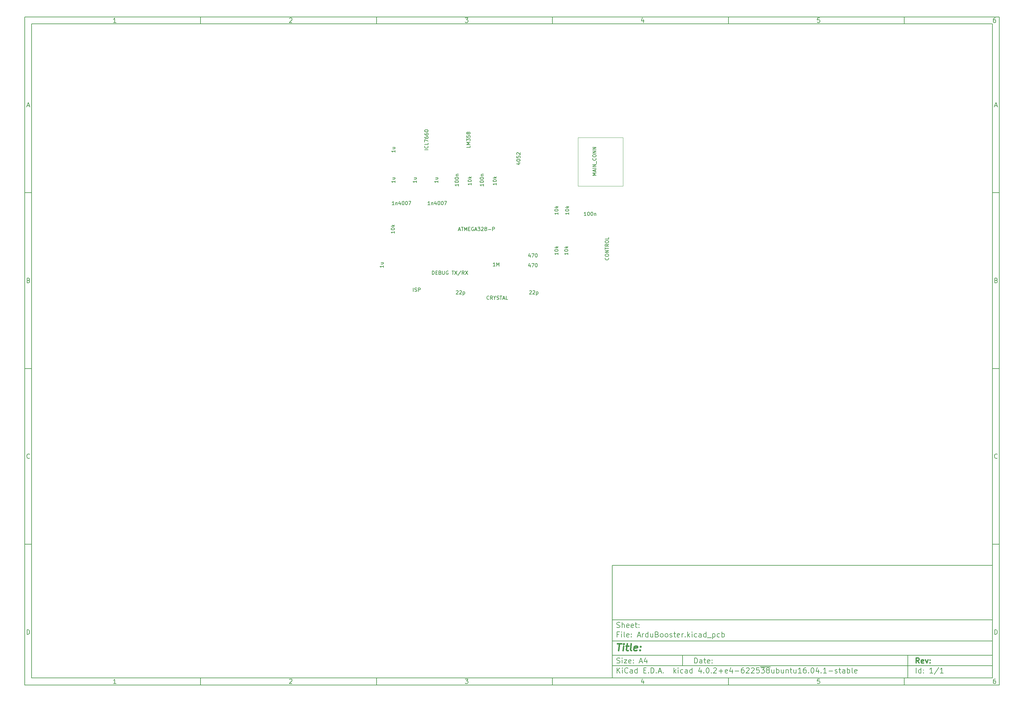
<source format=gbr>
G04 #@! TF.FileFunction,Other,Fab,Top*
%FSLAX46Y46*%
G04 Gerber Fmt 4.6, Leading zero omitted, Abs format (unit mm)*
G04 Created by KiCad (PCBNEW 4.0.2+e4-6225~38~ubuntu16.04.1-stable) date Sex 26 Ago 2016 11:34:32 BRT*
%MOMM*%
G01*
G04 APERTURE LIST*
%ADD10C,0.100000*%
%ADD11C,0.150000*%
%ADD12C,0.300000*%
%ADD13C,0.400000*%
%ADD14C,0.050000*%
G04 APERTURE END LIST*
D10*
D11*
X177002200Y-166007200D02*
X177002200Y-198007200D01*
X285002200Y-198007200D01*
X285002200Y-166007200D01*
X177002200Y-166007200D01*
D10*
D11*
X10000000Y-10000000D02*
X10000000Y-200007200D01*
X287002200Y-200007200D01*
X287002200Y-10000000D01*
X10000000Y-10000000D01*
D10*
D11*
X12000000Y-12000000D02*
X12000000Y-198007200D01*
X285002200Y-198007200D01*
X285002200Y-12000000D01*
X12000000Y-12000000D01*
D10*
D11*
X60000000Y-12000000D02*
X60000000Y-10000000D01*
D10*
D11*
X110000000Y-12000000D02*
X110000000Y-10000000D01*
D10*
D11*
X160000000Y-12000000D02*
X160000000Y-10000000D01*
D10*
D11*
X210000000Y-12000000D02*
X210000000Y-10000000D01*
D10*
D11*
X260000000Y-12000000D02*
X260000000Y-10000000D01*
D10*
D11*
X35990476Y-11588095D02*
X35247619Y-11588095D01*
X35619048Y-11588095D02*
X35619048Y-10288095D01*
X35495238Y-10473810D01*
X35371429Y-10597619D01*
X35247619Y-10659524D01*
D10*
D11*
X85247619Y-10411905D02*
X85309524Y-10350000D01*
X85433333Y-10288095D01*
X85742857Y-10288095D01*
X85866667Y-10350000D01*
X85928571Y-10411905D01*
X85990476Y-10535714D01*
X85990476Y-10659524D01*
X85928571Y-10845238D01*
X85185714Y-11588095D01*
X85990476Y-11588095D01*
D10*
D11*
X135185714Y-10288095D02*
X135990476Y-10288095D01*
X135557143Y-10783333D01*
X135742857Y-10783333D01*
X135866667Y-10845238D01*
X135928571Y-10907143D01*
X135990476Y-11030952D01*
X135990476Y-11340476D01*
X135928571Y-11464286D01*
X135866667Y-11526190D01*
X135742857Y-11588095D01*
X135371429Y-11588095D01*
X135247619Y-11526190D01*
X135185714Y-11464286D01*
D10*
D11*
X185866667Y-10721429D02*
X185866667Y-11588095D01*
X185557143Y-10226190D02*
X185247619Y-11154762D01*
X186052381Y-11154762D01*
D10*
D11*
X235928571Y-10288095D02*
X235309524Y-10288095D01*
X235247619Y-10907143D01*
X235309524Y-10845238D01*
X235433333Y-10783333D01*
X235742857Y-10783333D01*
X235866667Y-10845238D01*
X235928571Y-10907143D01*
X235990476Y-11030952D01*
X235990476Y-11340476D01*
X235928571Y-11464286D01*
X235866667Y-11526190D01*
X235742857Y-11588095D01*
X235433333Y-11588095D01*
X235309524Y-11526190D01*
X235247619Y-11464286D01*
D10*
D11*
X285866667Y-10288095D02*
X285619048Y-10288095D01*
X285495238Y-10350000D01*
X285433333Y-10411905D01*
X285309524Y-10597619D01*
X285247619Y-10845238D01*
X285247619Y-11340476D01*
X285309524Y-11464286D01*
X285371429Y-11526190D01*
X285495238Y-11588095D01*
X285742857Y-11588095D01*
X285866667Y-11526190D01*
X285928571Y-11464286D01*
X285990476Y-11340476D01*
X285990476Y-11030952D01*
X285928571Y-10907143D01*
X285866667Y-10845238D01*
X285742857Y-10783333D01*
X285495238Y-10783333D01*
X285371429Y-10845238D01*
X285309524Y-10907143D01*
X285247619Y-11030952D01*
D10*
D11*
X60000000Y-198007200D02*
X60000000Y-200007200D01*
D10*
D11*
X110000000Y-198007200D02*
X110000000Y-200007200D01*
D10*
D11*
X160000000Y-198007200D02*
X160000000Y-200007200D01*
D10*
D11*
X210000000Y-198007200D02*
X210000000Y-200007200D01*
D10*
D11*
X260000000Y-198007200D02*
X260000000Y-200007200D01*
D10*
D11*
X35990476Y-199595295D02*
X35247619Y-199595295D01*
X35619048Y-199595295D02*
X35619048Y-198295295D01*
X35495238Y-198481010D01*
X35371429Y-198604819D01*
X35247619Y-198666724D01*
D10*
D11*
X85247619Y-198419105D02*
X85309524Y-198357200D01*
X85433333Y-198295295D01*
X85742857Y-198295295D01*
X85866667Y-198357200D01*
X85928571Y-198419105D01*
X85990476Y-198542914D01*
X85990476Y-198666724D01*
X85928571Y-198852438D01*
X85185714Y-199595295D01*
X85990476Y-199595295D01*
D10*
D11*
X135185714Y-198295295D02*
X135990476Y-198295295D01*
X135557143Y-198790533D01*
X135742857Y-198790533D01*
X135866667Y-198852438D01*
X135928571Y-198914343D01*
X135990476Y-199038152D01*
X135990476Y-199347676D01*
X135928571Y-199471486D01*
X135866667Y-199533390D01*
X135742857Y-199595295D01*
X135371429Y-199595295D01*
X135247619Y-199533390D01*
X135185714Y-199471486D01*
D10*
D11*
X185866667Y-198728629D02*
X185866667Y-199595295D01*
X185557143Y-198233390D02*
X185247619Y-199161962D01*
X186052381Y-199161962D01*
D10*
D11*
X235928571Y-198295295D02*
X235309524Y-198295295D01*
X235247619Y-198914343D01*
X235309524Y-198852438D01*
X235433333Y-198790533D01*
X235742857Y-198790533D01*
X235866667Y-198852438D01*
X235928571Y-198914343D01*
X235990476Y-199038152D01*
X235990476Y-199347676D01*
X235928571Y-199471486D01*
X235866667Y-199533390D01*
X235742857Y-199595295D01*
X235433333Y-199595295D01*
X235309524Y-199533390D01*
X235247619Y-199471486D01*
D10*
D11*
X285866667Y-198295295D02*
X285619048Y-198295295D01*
X285495238Y-198357200D01*
X285433333Y-198419105D01*
X285309524Y-198604819D01*
X285247619Y-198852438D01*
X285247619Y-199347676D01*
X285309524Y-199471486D01*
X285371429Y-199533390D01*
X285495238Y-199595295D01*
X285742857Y-199595295D01*
X285866667Y-199533390D01*
X285928571Y-199471486D01*
X285990476Y-199347676D01*
X285990476Y-199038152D01*
X285928571Y-198914343D01*
X285866667Y-198852438D01*
X285742857Y-198790533D01*
X285495238Y-198790533D01*
X285371429Y-198852438D01*
X285309524Y-198914343D01*
X285247619Y-199038152D01*
D10*
D11*
X10000000Y-60000000D02*
X12000000Y-60000000D01*
D10*
D11*
X10000000Y-110000000D02*
X12000000Y-110000000D01*
D10*
D11*
X10000000Y-160000000D02*
X12000000Y-160000000D01*
D10*
D11*
X10690476Y-35216667D02*
X11309524Y-35216667D01*
X10566667Y-35588095D02*
X11000000Y-34288095D01*
X11433333Y-35588095D01*
D10*
D11*
X11092857Y-84907143D02*
X11278571Y-84969048D01*
X11340476Y-85030952D01*
X11402381Y-85154762D01*
X11402381Y-85340476D01*
X11340476Y-85464286D01*
X11278571Y-85526190D01*
X11154762Y-85588095D01*
X10659524Y-85588095D01*
X10659524Y-84288095D01*
X11092857Y-84288095D01*
X11216667Y-84350000D01*
X11278571Y-84411905D01*
X11340476Y-84535714D01*
X11340476Y-84659524D01*
X11278571Y-84783333D01*
X11216667Y-84845238D01*
X11092857Y-84907143D01*
X10659524Y-84907143D01*
D10*
D11*
X11402381Y-135464286D02*
X11340476Y-135526190D01*
X11154762Y-135588095D01*
X11030952Y-135588095D01*
X10845238Y-135526190D01*
X10721429Y-135402381D01*
X10659524Y-135278571D01*
X10597619Y-135030952D01*
X10597619Y-134845238D01*
X10659524Y-134597619D01*
X10721429Y-134473810D01*
X10845238Y-134350000D01*
X11030952Y-134288095D01*
X11154762Y-134288095D01*
X11340476Y-134350000D01*
X11402381Y-134411905D01*
D10*
D11*
X10659524Y-185588095D02*
X10659524Y-184288095D01*
X10969048Y-184288095D01*
X11154762Y-184350000D01*
X11278571Y-184473810D01*
X11340476Y-184597619D01*
X11402381Y-184845238D01*
X11402381Y-185030952D01*
X11340476Y-185278571D01*
X11278571Y-185402381D01*
X11154762Y-185526190D01*
X10969048Y-185588095D01*
X10659524Y-185588095D01*
D10*
D11*
X287002200Y-60000000D02*
X285002200Y-60000000D01*
D10*
D11*
X287002200Y-110000000D02*
X285002200Y-110000000D01*
D10*
D11*
X287002200Y-160000000D02*
X285002200Y-160000000D01*
D10*
D11*
X285692676Y-35216667D02*
X286311724Y-35216667D01*
X285568867Y-35588095D02*
X286002200Y-34288095D01*
X286435533Y-35588095D01*
D10*
D11*
X286095057Y-84907143D02*
X286280771Y-84969048D01*
X286342676Y-85030952D01*
X286404581Y-85154762D01*
X286404581Y-85340476D01*
X286342676Y-85464286D01*
X286280771Y-85526190D01*
X286156962Y-85588095D01*
X285661724Y-85588095D01*
X285661724Y-84288095D01*
X286095057Y-84288095D01*
X286218867Y-84350000D01*
X286280771Y-84411905D01*
X286342676Y-84535714D01*
X286342676Y-84659524D01*
X286280771Y-84783333D01*
X286218867Y-84845238D01*
X286095057Y-84907143D01*
X285661724Y-84907143D01*
D10*
D11*
X286404581Y-135464286D02*
X286342676Y-135526190D01*
X286156962Y-135588095D01*
X286033152Y-135588095D01*
X285847438Y-135526190D01*
X285723629Y-135402381D01*
X285661724Y-135278571D01*
X285599819Y-135030952D01*
X285599819Y-134845238D01*
X285661724Y-134597619D01*
X285723629Y-134473810D01*
X285847438Y-134350000D01*
X286033152Y-134288095D01*
X286156962Y-134288095D01*
X286342676Y-134350000D01*
X286404581Y-134411905D01*
D10*
D11*
X285661724Y-185588095D02*
X285661724Y-184288095D01*
X285971248Y-184288095D01*
X286156962Y-184350000D01*
X286280771Y-184473810D01*
X286342676Y-184597619D01*
X286404581Y-184845238D01*
X286404581Y-185030952D01*
X286342676Y-185278571D01*
X286280771Y-185402381D01*
X286156962Y-185526190D01*
X285971248Y-185588095D01*
X285661724Y-185588095D01*
D10*
D11*
X200359343Y-193785771D02*
X200359343Y-192285771D01*
X200716486Y-192285771D01*
X200930771Y-192357200D01*
X201073629Y-192500057D01*
X201145057Y-192642914D01*
X201216486Y-192928629D01*
X201216486Y-193142914D01*
X201145057Y-193428629D01*
X201073629Y-193571486D01*
X200930771Y-193714343D01*
X200716486Y-193785771D01*
X200359343Y-193785771D01*
X202502200Y-193785771D02*
X202502200Y-193000057D01*
X202430771Y-192857200D01*
X202287914Y-192785771D01*
X202002200Y-192785771D01*
X201859343Y-192857200D01*
X202502200Y-193714343D02*
X202359343Y-193785771D01*
X202002200Y-193785771D01*
X201859343Y-193714343D01*
X201787914Y-193571486D01*
X201787914Y-193428629D01*
X201859343Y-193285771D01*
X202002200Y-193214343D01*
X202359343Y-193214343D01*
X202502200Y-193142914D01*
X203002200Y-192785771D02*
X203573629Y-192785771D01*
X203216486Y-192285771D02*
X203216486Y-193571486D01*
X203287914Y-193714343D01*
X203430772Y-193785771D01*
X203573629Y-193785771D01*
X204645057Y-193714343D02*
X204502200Y-193785771D01*
X204216486Y-193785771D01*
X204073629Y-193714343D01*
X204002200Y-193571486D01*
X204002200Y-193000057D01*
X204073629Y-192857200D01*
X204216486Y-192785771D01*
X204502200Y-192785771D01*
X204645057Y-192857200D01*
X204716486Y-193000057D01*
X204716486Y-193142914D01*
X204002200Y-193285771D01*
X205359343Y-193642914D02*
X205430771Y-193714343D01*
X205359343Y-193785771D01*
X205287914Y-193714343D01*
X205359343Y-193642914D01*
X205359343Y-193785771D01*
X205359343Y-192857200D02*
X205430771Y-192928629D01*
X205359343Y-193000057D01*
X205287914Y-192928629D01*
X205359343Y-192857200D01*
X205359343Y-193000057D01*
D10*
D11*
X177002200Y-194507200D02*
X285002200Y-194507200D01*
D10*
D11*
X178359343Y-196585771D02*
X178359343Y-195085771D01*
X179216486Y-196585771D02*
X178573629Y-195728629D01*
X179216486Y-195085771D02*
X178359343Y-195942914D01*
X179859343Y-196585771D02*
X179859343Y-195585771D01*
X179859343Y-195085771D02*
X179787914Y-195157200D01*
X179859343Y-195228629D01*
X179930771Y-195157200D01*
X179859343Y-195085771D01*
X179859343Y-195228629D01*
X181430772Y-196442914D02*
X181359343Y-196514343D01*
X181145057Y-196585771D01*
X181002200Y-196585771D01*
X180787915Y-196514343D01*
X180645057Y-196371486D01*
X180573629Y-196228629D01*
X180502200Y-195942914D01*
X180502200Y-195728629D01*
X180573629Y-195442914D01*
X180645057Y-195300057D01*
X180787915Y-195157200D01*
X181002200Y-195085771D01*
X181145057Y-195085771D01*
X181359343Y-195157200D01*
X181430772Y-195228629D01*
X182716486Y-196585771D02*
X182716486Y-195800057D01*
X182645057Y-195657200D01*
X182502200Y-195585771D01*
X182216486Y-195585771D01*
X182073629Y-195657200D01*
X182716486Y-196514343D02*
X182573629Y-196585771D01*
X182216486Y-196585771D01*
X182073629Y-196514343D01*
X182002200Y-196371486D01*
X182002200Y-196228629D01*
X182073629Y-196085771D01*
X182216486Y-196014343D01*
X182573629Y-196014343D01*
X182716486Y-195942914D01*
X184073629Y-196585771D02*
X184073629Y-195085771D01*
X184073629Y-196514343D02*
X183930772Y-196585771D01*
X183645058Y-196585771D01*
X183502200Y-196514343D01*
X183430772Y-196442914D01*
X183359343Y-196300057D01*
X183359343Y-195871486D01*
X183430772Y-195728629D01*
X183502200Y-195657200D01*
X183645058Y-195585771D01*
X183930772Y-195585771D01*
X184073629Y-195657200D01*
X185930772Y-195800057D02*
X186430772Y-195800057D01*
X186645058Y-196585771D02*
X185930772Y-196585771D01*
X185930772Y-195085771D01*
X186645058Y-195085771D01*
X187287915Y-196442914D02*
X187359343Y-196514343D01*
X187287915Y-196585771D01*
X187216486Y-196514343D01*
X187287915Y-196442914D01*
X187287915Y-196585771D01*
X188002201Y-196585771D02*
X188002201Y-195085771D01*
X188359344Y-195085771D01*
X188573629Y-195157200D01*
X188716487Y-195300057D01*
X188787915Y-195442914D01*
X188859344Y-195728629D01*
X188859344Y-195942914D01*
X188787915Y-196228629D01*
X188716487Y-196371486D01*
X188573629Y-196514343D01*
X188359344Y-196585771D01*
X188002201Y-196585771D01*
X189502201Y-196442914D02*
X189573629Y-196514343D01*
X189502201Y-196585771D01*
X189430772Y-196514343D01*
X189502201Y-196442914D01*
X189502201Y-196585771D01*
X190145058Y-196157200D02*
X190859344Y-196157200D01*
X190002201Y-196585771D02*
X190502201Y-195085771D01*
X191002201Y-196585771D01*
X191502201Y-196442914D02*
X191573629Y-196514343D01*
X191502201Y-196585771D01*
X191430772Y-196514343D01*
X191502201Y-196442914D01*
X191502201Y-196585771D01*
X194502201Y-196585771D02*
X194502201Y-195085771D01*
X194645058Y-196014343D02*
X195073629Y-196585771D01*
X195073629Y-195585771D02*
X194502201Y-196157200D01*
X195716487Y-196585771D02*
X195716487Y-195585771D01*
X195716487Y-195085771D02*
X195645058Y-195157200D01*
X195716487Y-195228629D01*
X195787915Y-195157200D01*
X195716487Y-195085771D01*
X195716487Y-195228629D01*
X197073630Y-196514343D02*
X196930773Y-196585771D01*
X196645059Y-196585771D01*
X196502201Y-196514343D01*
X196430773Y-196442914D01*
X196359344Y-196300057D01*
X196359344Y-195871486D01*
X196430773Y-195728629D01*
X196502201Y-195657200D01*
X196645059Y-195585771D01*
X196930773Y-195585771D01*
X197073630Y-195657200D01*
X198359344Y-196585771D02*
X198359344Y-195800057D01*
X198287915Y-195657200D01*
X198145058Y-195585771D01*
X197859344Y-195585771D01*
X197716487Y-195657200D01*
X198359344Y-196514343D02*
X198216487Y-196585771D01*
X197859344Y-196585771D01*
X197716487Y-196514343D01*
X197645058Y-196371486D01*
X197645058Y-196228629D01*
X197716487Y-196085771D01*
X197859344Y-196014343D01*
X198216487Y-196014343D01*
X198359344Y-195942914D01*
X199716487Y-196585771D02*
X199716487Y-195085771D01*
X199716487Y-196514343D02*
X199573630Y-196585771D01*
X199287916Y-196585771D01*
X199145058Y-196514343D01*
X199073630Y-196442914D01*
X199002201Y-196300057D01*
X199002201Y-195871486D01*
X199073630Y-195728629D01*
X199145058Y-195657200D01*
X199287916Y-195585771D01*
X199573630Y-195585771D01*
X199716487Y-195657200D01*
X202216487Y-195585771D02*
X202216487Y-196585771D01*
X201859344Y-195014343D02*
X201502201Y-196085771D01*
X202430773Y-196085771D01*
X203002201Y-196442914D02*
X203073629Y-196514343D01*
X203002201Y-196585771D01*
X202930772Y-196514343D01*
X203002201Y-196442914D01*
X203002201Y-196585771D01*
X204002201Y-195085771D02*
X204145058Y-195085771D01*
X204287915Y-195157200D01*
X204359344Y-195228629D01*
X204430773Y-195371486D01*
X204502201Y-195657200D01*
X204502201Y-196014343D01*
X204430773Y-196300057D01*
X204359344Y-196442914D01*
X204287915Y-196514343D01*
X204145058Y-196585771D01*
X204002201Y-196585771D01*
X203859344Y-196514343D01*
X203787915Y-196442914D01*
X203716487Y-196300057D01*
X203645058Y-196014343D01*
X203645058Y-195657200D01*
X203716487Y-195371486D01*
X203787915Y-195228629D01*
X203859344Y-195157200D01*
X204002201Y-195085771D01*
X205145058Y-196442914D02*
X205216486Y-196514343D01*
X205145058Y-196585771D01*
X205073629Y-196514343D01*
X205145058Y-196442914D01*
X205145058Y-196585771D01*
X205787915Y-195228629D02*
X205859344Y-195157200D01*
X206002201Y-195085771D01*
X206359344Y-195085771D01*
X206502201Y-195157200D01*
X206573630Y-195228629D01*
X206645058Y-195371486D01*
X206645058Y-195514343D01*
X206573630Y-195728629D01*
X205716487Y-196585771D01*
X206645058Y-196585771D01*
X207287915Y-196014343D02*
X208430772Y-196014343D01*
X207859343Y-196585771D02*
X207859343Y-195442914D01*
X209716486Y-196514343D02*
X209573629Y-196585771D01*
X209287915Y-196585771D01*
X209145058Y-196514343D01*
X209073629Y-196371486D01*
X209073629Y-195800057D01*
X209145058Y-195657200D01*
X209287915Y-195585771D01*
X209573629Y-195585771D01*
X209716486Y-195657200D01*
X209787915Y-195800057D01*
X209787915Y-195942914D01*
X209073629Y-196085771D01*
X211073629Y-195585771D02*
X211073629Y-196585771D01*
X210716486Y-195014343D02*
X210359343Y-196085771D01*
X211287915Y-196085771D01*
X211859343Y-196014343D02*
X213002200Y-196014343D01*
X214359343Y-195085771D02*
X214073629Y-195085771D01*
X213930772Y-195157200D01*
X213859343Y-195228629D01*
X213716486Y-195442914D01*
X213645057Y-195728629D01*
X213645057Y-196300057D01*
X213716486Y-196442914D01*
X213787914Y-196514343D01*
X213930772Y-196585771D01*
X214216486Y-196585771D01*
X214359343Y-196514343D01*
X214430772Y-196442914D01*
X214502200Y-196300057D01*
X214502200Y-195942914D01*
X214430772Y-195800057D01*
X214359343Y-195728629D01*
X214216486Y-195657200D01*
X213930772Y-195657200D01*
X213787914Y-195728629D01*
X213716486Y-195800057D01*
X213645057Y-195942914D01*
X215073628Y-195228629D02*
X215145057Y-195157200D01*
X215287914Y-195085771D01*
X215645057Y-195085771D01*
X215787914Y-195157200D01*
X215859343Y-195228629D01*
X215930771Y-195371486D01*
X215930771Y-195514343D01*
X215859343Y-195728629D01*
X215002200Y-196585771D01*
X215930771Y-196585771D01*
X216502199Y-195228629D02*
X216573628Y-195157200D01*
X216716485Y-195085771D01*
X217073628Y-195085771D01*
X217216485Y-195157200D01*
X217287914Y-195228629D01*
X217359342Y-195371486D01*
X217359342Y-195514343D01*
X217287914Y-195728629D01*
X216430771Y-196585771D01*
X217359342Y-196585771D01*
X218716485Y-195085771D02*
X218002199Y-195085771D01*
X217930770Y-195800057D01*
X218002199Y-195728629D01*
X218145056Y-195657200D01*
X218502199Y-195657200D01*
X218645056Y-195728629D01*
X218716485Y-195800057D01*
X218787913Y-195942914D01*
X218787913Y-196300057D01*
X218716485Y-196442914D01*
X218645056Y-196514343D01*
X218502199Y-196585771D01*
X218145056Y-196585771D01*
X218002199Y-196514343D01*
X217930770Y-196442914D01*
X219287913Y-195085771D02*
X220216484Y-195085771D01*
X219716484Y-195657200D01*
X219930770Y-195657200D01*
X220073627Y-195728629D01*
X220145056Y-195800057D01*
X220216484Y-195942914D01*
X220216484Y-196300057D01*
X220145056Y-196442914D01*
X220073627Y-196514343D01*
X219930770Y-196585771D01*
X219502198Y-196585771D01*
X219359341Y-196514343D01*
X219287913Y-196442914D01*
X221073627Y-195728629D02*
X220930769Y-195657200D01*
X220859341Y-195585771D01*
X220787912Y-195442914D01*
X220787912Y-195371486D01*
X220859341Y-195228629D01*
X220930769Y-195157200D01*
X221073627Y-195085771D01*
X221359341Y-195085771D01*
X221502198Y-195157200D01*
X221573627Y-195228629D01*
X221645055Y-195371486D01*
X221645055Y-195442914D01*
X221573627Y-195585771D01*
X221502198Y-195657200D01*
X221359341Y-195728629D01*
X221073627Y-195728629D01*
X220930769Y-195800057D01*
X220859341Y-195871486D01*
X220787912Y-196014343D01*
X220787912Y-196300057D01*
X220859341Y-196442914D01*
X220930769Y-196514343D01*
X221073627Y-196585771D01*
X221359341Y-196585771D01*
X221502198Y-196514343D01*
X221573627Y-196442914D01*
X221645055Y-196300057D01*
X221645055Y-196014343D01*
X221573627Y-195871486D01*
X221502198Y-195800057D01*
X221359341Y-195728629D01*
X219073627Y-194827200D02*
X221930769Y-194827200D01*
X222930769Y-195585771D02*
X222930769Y-196585771D01*
X222287912Y-195585771D02*
X222287912Y-196371486D01*
X222359340Y-196514343D01*
X222502198Y-196585771D01*
X222716483Y-196585771D01*
X222859340Y-196514343D01*
X222930769Y-196442914D01*
X223645055Y-196585771D02*
X223645055Y-195085771D01*
X223645055Y-195657200D02*
X223787912Y-195585771D01*
X224073626Y-195585771D01*
X224216483Y-195657200D01*
X224287912Y-195728629D01*
X224359341Y-195871486D01*
X224359341Y-196300057D01*
X224287912Y-196442914D01*
X224216483Y-196514343D01*
X224073626Y-196585771D01*
X223787912Y-196585771D01*
X223645055Y-196514343D01*
X225645055Y-195585771D02*
X225645055Y-196585771D01*
X225002198Y-195585771D02*
X225002198Y-196371486D01*
X225073626Y-196514343D01*
X225216484Y-196585771D01*
X225430769Y-196585771D01*
X225573626Y-196514343D01*
X225645055Y-196442914D01*
X226359341Y-195585771D02*
X226359341Y-196585771D01*
X226359341Y-195728629D02*
X226430769Y-195657200D01*
X226573627Y-195585771D01*
X226787912Y-195585771D01*
X226930769Y-195657200D01*
X227002198Y-195800057D01*
X227002198Y-196585771D01*
X227502198Y-195585771D02*
X228073627Y-195585771D01*
X227716484Y-195085771D02*
X227716484Y-196371486D01*
X227787912Y-196514343D01*
X227930770Y-196585771D01*
X228073627Y-196585771D01*
X229216484Y-195585771D02*
X229216484Y-196585771D01*
X228573627Y-195585771D02*
X228573627Y-196371486D01*
X228645055Y-196514343D01*
X228787913Y-196585771D01*
X229002198Y-196585771D01*
X229145055Y-196514343D01*
X229216484Y-196442914D01*
X230716484Y-196585771D02*
X229859341Y-196585771D01*
X230287913Y-196585771D02*
X230287913Y-195085771D01*
X230145056Y-195300057D01*
X230002198Y-195442914D01*
X229859341Y-195514343D01*
X232002198Y-195085771D02*
X231716484Y-195085771D01*
X231573627Y-195157200D01*
X231502198Y-195228629D01*
X231359341Y-195442914D01*
X231287912Y-195728629D01*
X231287912Y-196300057D01*
X231359341Y-196442914D01*
X231430769Y-196514343D01*
X231573627Y-196585771D01*
X231859341Y-196585771D01*
X232002198Y-196514343D01*
X232073627Y-196442914D01*
X232145055Y-196300057D01*
X232145055Y-195942914D01*
X232073627Y-195800057D01*
X232002198Y-195728629D01*
X231859341Y-195657200D01*
X231573627Y-195657200D01*
X231430769Y-195728629D01*
X231359341Y-195800057D01*
X231287912Y-195942914D01*
X232787912Y-196442914D02*
X232859340Y-196514343D01*
X232787912Y-196585771D01*
X232716483Y-196514343D01*
X232787912Y-196442914D01*
X232787912Y-196585771D01*
X233787912Y-195085771D02*
X233930769Y-195085771D01*
X234073626Y-195157200D01*
X234145055Y-195228629D01*
X234216484Y-195371486D01*
X234287912Y-195657200D01*
X234287912Y-196014343D01*
X234216484Y-196300057D01*
X234145055Y-196442914D01*
X234073626Y-196514343D01*
X233930769Y-196585771D01*
X233787912Y-196585771D01*
X233645055Y-196514343D01*
X233573626Y-196442914D01*
X233502198Y-196300057D01*
X233430769Y-196014343D01*
X233430769Y-195657200D01*
X233502198Y-195371486D01*
X233573626Y-195228629D01*
X233645055Y-195157200D01*
X233787912Y-195085771D01*
X235573626Y-195585771D02*
X235573626Y-196585771D01*
X235216483Y-195014343D02*
X234859340Y-196085771D01*
X235787912Y-196085771D01*
X236359340Y-196442914D02*
X236430768Y-196514343D01*
X236359340Y-196585771D01*
X236287911Y-196514343D01*
X236359340Y-196442914D01*
X236359340Y-196585771D01*
X237859340Y-196585771D02*
X237002197Y-196585771D01*
X237430769Y-196585771D02*
X237430769Y-195085771D01*
X237287912Y-195300057D01*
X237145054Y-195442914D01*
X237002197Y-195514343D01*
X238502197Y-196014343D02*
X239645054Y-196014343D01*
X240287911Y-196514343D02*
X240430768Y-196585771D01*
X240716483Y-196585771D01*
X240859340Y-196514343D01*
X240930768Y-196371486D01*
X240930768Y-196300057D01*
X240859340Y-196157200D01*
X240716483Y-196085771D01*
X240502197Y-196085771D01*
X240359340Y-196014343D01*
X240287911Y-195871486D01*
X240287911Y-195800057D01*
X240359340Y-195657200D01*
X240502197Y-195585771D01*
X240716483Y-195585771D01*
X240859340Y-195657200D01*
X241359340Y-195585771D02*
X241930769Y-195585771D01*
X241573626Y-195085771D02*
X241573626Y-196371486D01*
X241645054Y-196514343D01*
X241787912Y-196585771D01*
X241930769Y-196585771D01*
X243073626Y-196585771D02*
X243073626Y-195800057D01*
X243002197Y-195657200D01*
X242859340Y-195585771D01*
X242573626Y-195585771D01*
X242430769Y-195657200D01*
X243073626Y-196514343D02*
X242930769Y-196585771D01*
X242573626Y-196585771D01*
X242430769Y-196514343D01*
X242359340Y-196371486D01*
X242359340Y-196228629D01*
X242430769Y-196085771D01*
X242573626Y-196014343D01*
X242930769Y-196014343D01*
X243073626Y-195942914D01*
X243787912Y-196585771D02*
X243787912Y-195085771D01*
X243787912Y-195657200D02*
X243930769Y-195585771D01*
X244216483Y-195585771D01*
X244359340Y-195657200D01*
X244430769Y-195728629D01*
X244502198Y-195871486D01*
X244502198Y-196300057D01*
X244430769Y-196442914D01*
X244359340Y-196514343D01*
X244216483Y-196585771D01*
X243930769Y-196585771D01*
X243787912Y-196514343D01*
X245359341Y-196585771D02*
X245216483Y-196514343D01*
X245145055Y-196371486D01*
X245145055Y-195085771D01*
X246502197Y-196514343D02*
X246359340Y-196585771D01*
X246073626Y-196585771D01*
X245930769Y-196514343D01*
X245859340Y-196371486D01*
X245859340Y-195800057D01*
X245930769Y-195657200D01*
X246073626Y-195585771D01*
X246359340Y-195585771D01*
X246502197Y-195657200D01*
X246573626Y-195800057D01*
X246573626Y-195942914D01*
X245859340Y-196085771D01*
D10*
D11*
X177002200Y-191507200D02*
X285002200Y-191507200D01*
D10*
D12*
X264216486Y-193785771D02*
X263716486Y-193071486D01*
X263359343Y-193785771D02*
X263359343Y-192285771D01*
X263930771Y-192285771D01*
X264073629Y-192357200D01*
X264145057Y-192428629D01*
X264216486Y-192571486D01*
X264216486Y-192785771D01*
X264145057Y-192928629D01*
X264073629Y-193000057D01*
X263930771Y-193071486D01*
X263359343Y-193071486D01*
X265430771Y-193714343D02*
X265287914Y-193785771D01*
X265002200Y-193785771D01*
X264859343Y-193714343D01*
X264787914Y-193571486D01*
X264787914Y-193000057D01*
X264859343Y-192857200D01*
X265002200Y-192785771D01*
X265287914Y-192785771D01*
X265430771Y-192857200D01*
X265502200Y-193000057D01*
X265502200Y-193142914D01*
X264787914Y-193285771D01*
X266002200Y-192785771D02*
X266359343Y-193785771D01*
X266716485Y-192785771D01*
X267287914Y-193642914D02*
X267359342Y-193714343D01*
X267287914Y-193785771D01*
X267216485Y-193714343D01*
X267287914Y-193642914D01*
X267287914Y-193785771D01*
X267287914Y-192857200D02*
X267359342Y-192928629D01*
X267287914Y-193000057D01*
X267216485Y-192928629D01*
X267287914Y-192857200D01*
X267287914Y-193000057D01*
D10*
D11*
X178287914Y-193714343D02*
X178502200Y-193785771D01*
X178859343Y-193785771D01*
X179002200Y-193714343D01*
X179073629Y-193642914D01*
X179145057Y-193500057D01*
X179145057Y-193357200D01*
X179073629Y-193214343D01*
X179002200Y-193142914D01*
X178859343Y-193071486D01*
X178573629Y-193000057D01*
X178430771Y-192928629D01*
X178359343Y-192857200D01*
X178287914Y-192714343D01*
X178287914Y-192571486D01*
X178359343Y-192428629D01*
X178430771Y-192357200D01*
X178573629Y-192285771D01*
X178930771Y-192285771D01*
X179145057Y-192357200D01*
X179787914Y-193785771D02*
X179787914Y-192785771D01*
X179787914Y-192285771D02*
X179716485Y-192357200D01*
X179787914Y-192428629D01*
X179859342Y-192357200D01*
X179787914Y-192285771D01*
X179787914Y-192428629D01*
X180359343Y-192785771D02*
X181145057Y-192785771D01*
X180359343Y-193785771D01*
X181145057Y-193785771D01*
X182287914Y-193714343D02*
X182145057Y-193785771D01*
X181859343Y-193785771D01*
X181716486Y-193714343D01*
X181645057Y-193571486D01*
X181645057Y-193000057D01*
X181716486Y-192857200D01*
X181859343Y-192785771D01*
X182145057Y-192785771D01*
X182287914Y-192857200D01*
X182359343Y-193000057D01*
X182359343Y-193142914D01*
X181645057Y-193285771D01*
X183002200Y-193642914D02*
X183073628Y-193714343D01*
X183002200Y-193785771D01*
X182930771Y-193714343D01*
X183002200Y-193642914D01*
X183002200Y-193785771D01*
X183002200Y-192857200D02*
X183073628Y-192928629D01*
X183002200Y-193000057D01*
X182930771Y-192928629D01*
X183002200Y-192857200D01*
X183002200Y-193000057D01*
X184787914Y-193357200D02*
X185502200Y-193357200D01*
X184645057Y-193785771D02*
X185145057Y-192285771D01*
X185645057Y-193785771D01*
X186787914Y-192785771D02*
X186787914Y-193785771D01*
X186430771Y-192214343D02*
X186073628Y-193285771D01*
X187002200Y-193285771D01*
D10*
D11*
X263359343Y-196585771D02*
X263359343Y-195085771D01*
X264716486Y-196585771D02*
X264716486Y-195085771D01*
X264716486Y-196514343D02*
X264573629Y-196585771D01*
X264287915Y-196585771D01*
X264145057Y-196514343D01*
X264073629Y-196442914D01*
X264002200Y-196300057D01*
X264002200Y-195871486D01*
X264073629Y-195728629D01*
X264145057Y-195657200D01*
X264287915Y-195585771D01*
X264573629Y-195585771D01*
X264716486Y-195657200D01*
X265430772Y-196442914D02*
X265502200Y-196514343D01*
X265430772Y-196585771D01*
X265359343Y-196514343D01*
X265430772Y-196442914D01*
X265430772Y-196585771D01*
X265430772Y-195657200D02*
X265502200Y-195728629D01*
X265430772Y-195800057D01*
X265359343Y-195728629D01*
X265430772Y-195657200D01*
X265430772Y-195800057D01*
X268073629Y-196585771D02*
X267216486Y-196585771D01*
X267645058Y-196585771D02*
X267645058Y-195085771D01*
X267502201Y-195300057D01*
X267359343Y-195442914D01*
X267216486Y-195514343D01*
X269787914Y-195014343D02*
X268502200Y-196942914D01*
X271073629Y-196585771D02*
X270216486Y-196585771D01*
X270645058Y-196585771D02*
X270645058Y-195085771D01*
X270502201Y-195300057D01*
X270359343Y-195442914D01*
X270216486Y-195514343D01*
D10*
D11*
X177002200Y-187507200D02*
X285002200Y-187507200D01*
D10*
D13*
X178454581Y-188211962D02*
X179597438Y-188211962D01*
X178776010Y-190211962D02*
X179026010Y-188211962D01*
X180014105Y-190211962D02*
X180180771Y-188878629D01*
X180264105Y-188211962D02*
X180156962Y-188307200D01*
X180240295Y-188402438D01*
X180347439Y-188307200D01*
X180264105Y-188211962D01*
X180240295Y-188402438D01*
X180847438Y-188878629D02*
X181609343Y-188878629D01*
X181216486Y-188211962D02*
X181002200Y-189926248D01*
X181073630Y-190116724D01*
X181252201Y-190211962D01*
X181442677Y-190211962D01*
X182395058Y-190211962D02*
X182216487Y-190116724D01*
X182145057Y-189926248D01*
X182359343Y-188211962D01*
X183930772Y-190116724D02*
X183728391Y-190211962D01*
X183347439Y-190211962D01*
X183168867Y-190116724D01*
X183097438Y-189926248D01*
X183192676Y-189164343D01*
X183311724Y-188973867D01*
X183514105Y-188878629D01*
X183895057Y-188878629D01*
X184073629Y-188973867D01*
X184145057Y-189164343D01*
X184121248Y-189354819D01*
X183145057Y-189545295D01*
X184895057Y-190021486D02*
X184978392Y-190116724D01*
X184871248Y-190211962D01*
X184787915Y-190116724D01*
X184895057Y-190021486D01*
X184871248Y-190211962D01*
X185026010Y-188973867D02*
X185109344Y-189069105D01*
X185002200Y-189164343D01*
X184918867Y-189069105D01*
X185026010Y-188973867D01*
X185002200Y-189164343D01*
D10*
D11*
X178859343Y-185600057D02*
X178359343Y-185600057D01*
X178359343Y-186385771D02*
X178359343Y-184885771D01*
X179073629Y-184885771D01*
X179645057Y-186385771D02*
X179645057Y-185385771D01*
X179645057Y-184885771D02*
X179573628Y-184957200D01*
X179645057Y-185028629D01*
X179716485Y-184957200D01*
X179645057Y-184885771D01*
X179645057Y-185028629D01*
X180573629Y-186385771D02*
X180430771Y-186314343D01*
X180359343Y-186171486D01*
X180359343Y-184885771D01*
X181716485Y-186314343D02*
X181573628Y-186385771D01*
X181287914Y-186385771D01*
X181145057Y-186314343D01*
X181073628Y-186171486D01*
X181073628Y-185600057D01*
X181145057Y-185457200D01*
X181287914Y-185385771D01*
X181573628Y-185385771D01*
X181716485Y-185457200D01*
X181787914Y-185600057D01*
X181787914Y-185742914D01*
X181073628Y-185885771D01*
X182430771Y-186242914D02*
X182502199Y-186314343D01*
X182430771Y-186385771D01*
X182359342Y-186314343D01*
X182430771Y-186242914D01*
X182430771Y-186385771D01*
X182430771Y-185457200D02*
X182502199Y-185528629D01*
X182430771Y-185600057D01*
X182359342Y-185528629D01*
X182430771Y-185457200D01*
X182430771Y-185600057D01*
X184216485Y-185957200D02*
X184930771Y-185957200D01*
X184073628Y-186385771D02*
X184573628Y-184885771D01*
X185073628Y-186385771D01*
X185573628Y-186385771D02*
X185573628Y-185385771D01*
X185573628Y-185671486D02*
X185645056Y-185528629D01*
X185716485Y-185457200D01*
X185859342Y-185385771D01*
X186002199Y-185385771D01*
X187145056Y-186385771D02*
X187145056Y-184885771D01*
X187145056Y-186314343D02*
X187002199Y-186385771D01*
X186716485Y-186385771D01*
X186573627Y-186314343D01*
X186502199Y-186242914D01*
X186430770Y-186100057D01*
X186430770Y-185671486D01*
X186502199Y-185528629D01*
X186573627Y-185457200D01*
X186716485Y-185385771D01*
X187002199Y-185385771D01*
X187145056Y-185457200D01*
X188502199Y-185385771D02*
X188502199Y-186385771D01*
X187859342Y-185385771D02*
X187859342Y-186171486D01*
X187930770Y-186314343D01*
X188073628Y-186385771D01*
X188287913Y-186385771D01*
X188430770Y-186314343D01*
X188502199Y-186242914D01*
X189716485Y-185600057D02*
X189930771Y-185671486D01*
X190002199Y-185742914D01*
X190073628Y-185885771D01*
X190073628Y-186100057D01*
X190002199Y-186242914D01*
X189930771Y-186314343D01*
X189787913Y-186385771D01*
X189216485Y-186385771D01*
X189216485Y-184885771D01*
X189716485Y-184885771D01*
X189859342Y-184957200D01*
X189930771Y-185028629D01*
X190002199Y-185171486D01*
X190002199Y-185314343D01*
X189930771Y-185457200D01*
X189859342Y-185528629D01*
X189716485Y-185600057D01*
X189216485Y-185600057D01*
X190930771Y-186385771D02*
X190787913Y-186314343D01*
X190716485Y-186242914D01*
X190645056Y-186100057D01*
X190645056Y-185671486D01*
X190716485Y-185528629D01*
X190787913Y-185457200D01*
X190930771Y-185385771D01*
X191145056Y-185385771D01*
X191287913Y-185457200D01*
X191359342Y-185528629D01*
X191430771Y-185671486D01*
X191430771Y-186100057D01*
X191359342Y-186242914D01*
X191287913Y-186314343D01*
X191145056Y-186385771D01*
X190930771Y-186385771D01*
X192287914Y-186385771D02*
X192145056Y-186314343D01*
X192073628Y-186242914D01*
X192002199Y-186100057D01*
X192002199Y-185671486D01*
X192073628Y-185528629D01*
X192145056Y-185457200D01*
X192287914Y-185385771D01*
X192502199Y-185385771D01*
X192645056Y-185457200D01*
X192716485Y-185528629D01*
X192787914Y-185671486D01*
X192787914Y-186100057D01*
X192716485Y-186242914D01*
X192645056Y-186314343D01*
X192502199Y-186385771D01*
X192287914Y-186385771D01*
X193359342Y-186314343D02*
X193502199Y-186385771D01*
X193787914Y-186385771D01*
X193930771Y-186314343D01*
X194002199Y-186171486D01*
X194002199Y-186100057D01*
X193930771Y-185957200D01*
X193787914Y-185885771D01*
X193573628Y-185885771D01*
X193430771Y-185814343D01*
X193359342Y-185671486D01*
X193359342Y-185600057D01*
X193430771Y-185457200D01*
X193573628Y-185385771D01*
X193787914Y-185385771D01*
X193930771Y-185457200D01*
X194430771Y-185385771D02*
X195002200Y-185385771D01*
X194645057Y-184885771D02*
X194645057Y-186171486D01*
X194716485Y-186314343D01*
X194859343Y-186385771D01*
X195002200Y-186385771D01*
X196073628Y-186314343D02*
X195930771Y-186385771D01*
X195645057Y-186385771D01*
X195502200Y-186314343D01*
X195430771Y-186171486D01*
X195430771Y-185600057D01*
X195502200Y-185457200D01*
X195645057Y-185385771D01*
X195930771Y-185385771D01*
X196073628Y-185457200D01*
X196145057Y-185600057D01*
X196145057Y-185742914D01*
X195430771Y-185885771D01*
X196787914Y-186385771D02*
X196787914Y-185385771D01*
X196787914Y-185671486D02*
X196859342Y-185528629D01*
X196930771Y-185457200D01*
X197073628Y-185385771D01*
X197216485Y-185385771D01*
X197716485Y-186242914D02*
X197787913Y-186314343D01*
X197716485Y-186385771D01*
X197645056Y-186314343D01*
X197716485Y-186242914D01*
X197716485Y-186385771D01*
X198430771Y-186385771D02*
X198430771Y-184885771D01*
X198573628Y-185814343D02*
X199002199Y-186385771D01*
X199002199Y-185385771D02*
X198430771Y-185957200D01*
X199645057Y-186385771D02*
X199645057Y-185385771D01*
X199645057Y-184885771D02*
X199573628Y-184957200D01*
X199645057Y-185028629D01*
X199716485Y-184957200D01*
X199645057Y-184885771D01*
X199645057Y-185028629D01*
X201002200Y-186314343D02*
X200859343Y-186385771D01*
X200573629Y-186385771D01*
X200430771Y-186314343D01*
X200359343Y-186242914D01*
X200287914Y-186100057D01*
X200287914Y-185671486D01*
X200359343Y-185528629D01*
X200430771Y-185457200D01*
X200573629Y-185385771D01*
X200859343Y-185385771D01*
X201002200Y-185457200D01*
X202287914Y-186385771D02*
X202287914Y-185600057D01*
X202216485Y-185457200D01*
X202073628Y-185385771D01*
X201787914Y-185385771D01*
X201645057Y-185457200D01*
X202287914Y-186314343D02*
X202145057Y-186385771D01*
X201787914Y-186385771D01*
X201645057Y-186314343D01*
X201573628Y-186171486D01*
X201573628Y-186028629D01*
X201645057Y-185885771D01*
X201787914Y-185814343D01*
X202145057Y-185814343D01*
X202287914Y-185742914D01*
X203645057Y-186385771D02*
X203645057Y-184885771D01*
X203645057Y-186314343D02*
X203502200Y-186385771D01*
X203216486Y-186385771D01*
X203073628Y-186314343D01*
X203002200Y-186242914D01*
X202930771Y-186100057D01*
X202930771Y-185671486D01*
X203002200Y-185528629D01*
X203073628Y-185457200D01*
X203216486Y-185385771D01*
X203502200Y-185385771D01*
X203645057Y-185457200D01*
X204002200Y-186528629D02*
X205145057Y-186528629D01*
X205502200Y-185385771D02*
X205502200Y-186885771D01*
X205502200Y-185457200D02*
X205645057Y-185385771D01*
X205930771Y-185385771D01*
X206073628Y-185457200D01*
X206145057Y-185528629D01*
X206216486Y-185671486D01*
X206216486Y-186100057D01*
X206145057Y-186242914D01*
X206073628Y-186314343D01*
X205930771Y-186385771D01*
X205645057Y-186385771D01*
X205502200Y-186314343D01*
X207502200Y-186314343D02*
X207359343Y-186385771D01*
X207073629Y-186385771D01*
X206930771Y-186314343D01*
X206859343Y-186242914D01*
X206787914Y-186100057D01*
X206787914Y-185671486D01*
X206859343Y-185528629D01*
X206930771Y-185457200D01*
X207073629Y-185385771D01*
X207359343Y-185385771D01*
X207502200Y-185457200D01*
X208145057Y-186385771D02*
X208145057Y-184885771D01*
X208145057Y-185457200D02*
X208287914Y-185385771D01*
X208573628Y-185385771D01*
X208716485Y-185457200D01*
X208787914Y-185528629D01*
X208859343Y-185671486D01*
X208859343Y-186100057D01*
X208787914Y-186242914D01*
X208716485Y-186314343D01*
X208573628Y-186385771D01*
X208287914Y-186385771D01*
X208145057Y-186314343D01*
D10*
D11*
X177002200Y-181507200D02*
X285002200Y-181507200D01*
D10*
D11*
X178287914Y-183614343D02*
X178502200Y-183685771D01*
X178859343Y-183685771D01*
X179002200Y-183614343D01*
X179073629Y-183542914D01*
X179145057Y-183400057D01*
X179145057Y-183257200D01*
X179073629Y-183114343D01*
X179002200Y-183042914D01*
X178859343Y-182971486D01*
X178573629Y-182900057D01*
X178430771Y-182828629D01*
X178359343Y-182757200D01*
X178287914Y-182614343D01*
X178287914Y-182471486D01*
X178359343Y-182328629D01*
X178430771Y-182257200D01*
X178573629Y-182185771D01*
X178930771Y-182185771D01*
X179145057Y-182257200D01*
X179787914Y-183685771D02*
X179787914Y-182185771D01*
X180430771Y-183685771D02*
X180430771Y-182900057D01*
X180359342Y-182757200D01*
X180216485Y-182685771D01*
X180002200Y-182685771D01*
X179859342Y-182757200D01*
X179787914Y-182828629D01*
X181716485Y-183614343D02*
X181573628Y-183685771D01*
X181287914Y-183685771D01*
X181145057Y-183614343D01*
X181073628Y-183471486D01*
X181073628Y-182900057D01*
X181145057Y-182757200D01*
X181287914Y-182685771D01*
X181573628Y-182685771D01*
X181716485Y-182757200D01*
X181787914Y-182900057D01*
X181787914Y-183042914D01*
X181073628Y-183185771D01*
X183002199Y-183614343D02*
X182859342Y-183685771D01*
X182573628Y-183685771D01*
X182430771Y-183614343D01*
X182359342Y-183471486D01*
X182359342Y-182900057D01*
X182430771Y-182757200D01*
X182573628Y-182685771D01*
X182859342Y-182685771D01*
X183002199Y-182757200D01*
X183073628Y-182900057D01*
X183073628Y-183042914D01*
X182359342Y-183185771D01*
X183502199Y-182685771D02*
X184073628Y-182685771D01*
X183716485Y-182185771D02*
X183716485Y-183471486D01*
X183787913Y-183614343D01*
X183930771Y-183685771D01*
X184073628Y-183685771D01*
X184573628Y-183542914D02*
X184645056Y-183614343D01*
X184573628Y-183685771D01*
X184502199Y-183614343D01*
X184573628Y-183542914D01*
X184573628Y-183685771D01*
X184573628Y-182757200D02*
X184645056Y-182828629D01*
X184573628Y-182900057D01*
X184502199Y-182828629D01*
X184573628Y-182757200D01*
X184573628Y-182900057D01*
D10*
D11*
X197002200Y-191507200D02*
X197002200Y-194507200D01*
D10*
D11*
X261002200Y-191507200D02*
X261002200Y-198007200D01*
D14*
X180016000Y-44290000D02*
X167216000Y-44290000D01*
X167216000Y-44290000D02*
X167216000Y-58090000D01*
X167216000Y-58090000D02*
X180016000Y-58090000D01*
X180016000Y-58090000D02*
X180016000Y-44290000D01*
D11*
X124658381Y-47767524D02*
X123658381Y-47767524D01*
X124563143Y-46719905D02*
X124610762Y-46767524D01*
X124658381Y-46910381D01*
X124658381Y-47005619D01*
X124610762Y-47148477D01*
X124515524Y-47243715D01*
X124420286Y-47291334D01*
X124229810Y-47338953D01*
X124086952Y-47338953D01*
X123896476Y-47291334D01*
X123801238Y-47243715D01*
X123706000Y-47148477D01*
X123658381Y-47005619D01*
X123658381Y-46910381D01*
X123706000Y-46767524D01*
X123753619Y-46719905D01*
X124658381Y-45815143D02*
X124658381Y-46291334D01*
X123658381Y-46291334D01*
X123658381Y-45577048D02*
X123658381Y-44910381D01*
X124658381Y-45338953D01*
X123658381Y-44100857D02*
X123658381Y-44291334D01*
X123706000Y-44386572D01*
X123753619Y-44434191D01*
X123896476Y-44529429D01*
X124086952Y-44577048D01*
X124467905Y-44577048D01*
X124563143Y-44529429D01*
X124610762Y-44481810D01*
X124658381Y-44386572D01*
X124658381Y-44196095D01*
X124610762Y-44100857D01*
X124563143Y-44053238D01*
X124467905Y-44005619D01*
X124229810Y-44005619D01*
X124134571Y-44053238D01*
X124086952Y-44100857D01*
X124039333Y-44196095D01*
X124039333Y-44386572D01*
X124086952Y-44481810D01*
X124134571Y-44529429D01*
X124229810Y-44577048D01*
X123658381Y-43148476D02*
X123658381Y-43338953D01*
X123706000Y-43434191D01*
X123753619Y-43481810D01*
X123896476Y-43577048D01*
X124086952Y-43624667D01*
X124467905Y-43624667D01*
X124563143Y-43577048D01*
X124610762Y-43529429D01*
X124658381Y-43434191D01*
X124658381Y-43243714D01*
X124610762Y-43148476D01*
X124563143Y-43100857D01*
X124467905Y-43053238D01*
X124229810Y-43053238D01*
X124134571Y-43100857D01*
X124086952Y-43148476D01*
X124039333Y-43243714D01*
X124039333Y-43434191D01*
X124086952Y-43529429D01*
X124134571Y-43577048D01*
X124229810Y-43624667D01*
X123658381Y-42434191D02*
X123658381Y-42338952D01*
X123706000Y-42243714D01*
X123753619Y-42196095D01*
X123848857Y-42148476D01*
X124039333Y-42100857D01*
X124277429Y-42100857D01*
X124467905Y-42148476D01*
X124563143Y-42196095D01*
X124610762Y-42243714D01*
X124658381Y-42338952D01*
X124658381Y-42434191D01*
X124610762Y-42529429D01*
X124563143Y-42577048D01*
X124467905Y-42624667D01*
X124277429Y-42672286D01*
X124039333Y-42672286D01*
X123848857Y-42624667D01*
X123753619Y-42577048D01*
X123706000Y-42529429D01*
X123658381Y-42434191D01*
X115260381Y-47918666D02*
X115260381Y-48490095D01*
X115260381Y-48204381D02*
X114260381Y-48204381D01*
X114403238Y-48299619D01*
X114498476Y-48394857D01*
X114546095Y-48490095D01*
X114593714Y-47061523D02*
X115260381Y-47061523D01*
X114593714Y-47490095D02*
X115117524Y-47490095D01*
X115212762Y-47442476D01*
X115260381Y-47347238D01*
X115260381Y-47204380D01*
X115212762Y-47109142D01*
X115165143Y-47061523D01*
X115260381Y-56554666D02*
X115260381Y-57126095D01*
X115260381Y-56840381D02*
X114260381Y-56840381D01*
X114403238Y-56935619D01*
X114498476Y-57030857D01*
X114546095Y-57126095D01*
X114593714Y-55697523D02*
X115260381Y-55697523D01*
X114593714Y-56126095D02*
X115117524Y-56126095D01*
X115212762Y-56078476D01*
X115260381Y-55983238D01*
X115260381Y-55840380D01*
X115212762Y-55745142D01*
X115165143Y-55697523D01*
X121356381Y-56554666D02*
X121356381Y-57126095D01*
X121356381Y-56840381D02*
X120356381Y-56840381D01*
X120499238Y-56935619D01*
X120594476Y-57030857D01*
X120642095Y-57126095D01*
X120689714Y-55697523D02*
X121356381Y-55697523D01*
X120689714Y-56126095D02*
X121213524Y-56126095D01*
X121308762Y-56078476D01*
X121356381Y-55983238D01*
X121356381Y-55840380D01*
X121308762Y-55745142D01*
X121261143Y-55697523D01*
X127452381Y-56554666D02*
X127452381Y-57126095D01*
X127452381Y-56840381D02*
X126452381Y-56840381D01*
X126595238Y-56935619D01*
X126690476Y-57030857D01*
X126738095Y-57126095D01*
X126785714Y-55697523D02*
X127452381Y-55697523D01*
X126785714Y-56126095D02*
X127309524Y-56126095D01*
X127404762Y-56078476D01*
X127452381Y-55983238D01*
X127452381Y-55840380D01*
X127404762Y-55745142D01*
X127357143Y-55697523D01*
X132643714Y-87939619D02*
X132691333Y-87892000D01*
X132786571Y-87844381D01*
X133024667Y-87844381D01*
X133119905Y-87892000D01*
X133167524Y-87939619D01*
X133215143Y-88034857D01*
X133215143Y-88130095D01*
X133167524Y-88272952D01*
X132596095Y-88844381D01*
X133215143Y-88844381D01*
X133596095Y-87939619D02*
X133643714Y-87892000D01*
X133738952Y-87844381D01*
X133977048Y-87844381D01*
X134072286Y-87892000D01*
X134119905Y-87939619D01*
X134167524Y-88034857D01*
X134167524Y-88130095D01*
X134119905Y-88272952D01*
X133548476Y-88844381D01*
X134167524Y-88844381D01*
X134596095Y-88177714D02*
X134596095Y-89177714D01*
X134596095Y-88225333D02*
X134691333Y-88177714D01*
X134881810Y-88177714D01*
X134977048Y-88225333D01*
X135024667Y-88272952D01*
X135072286Y-88368190D01*
X135072286Y-88653905D01*
X135024667Y-88749143D01*
X134977048Y-88796762D01*
X134881810Y-88844381D01*
X134691333Y-88844381D01*
X134596095Y-88796762D01*
X153471714Y-87939619D02*
X153519333Y-87892000D01*
X153614571Y-87844381D01*
X153852667Y-87844381D01*
X153947905Y-87892000D01*
X153995524Y-87939619D01*
X154043143Y-88034857D01*
X154043143Y-88130095D01*
X153995524Y-88272952D01*
X153424095Y-88844381D01*
X154043143Y-88844381D01*
X154424095Y-87939619D02*
X154471714Y-87892000D01*
X154566952Y-87844381D01*
X154805048Y-87844381D01*
X154900286Y-87892000D01*
X154947905Y-87939619D01*
X154995524Y-88034857D01*
X154995524Y-88130095D01*
X154947905Y-88272952D01*
X154376476Y-88844381D01*
X154995524Y-88844381D01*
X155424095Y-88177714D02*
X155424095Y-89177714D01*
X155424095Y-88225333D02*
X155519333Y-88177714D01*
X155709810Y-88177714D01*
X155805048Y-88225333D01*
X155852667Y-88272952D01*
X155900286Y-88368190D01*
X155900286Y-88653905D01*
X155852667Y-88749143D01*
X155805048Y-88796762D01*
X155709810Y-88844381D01*
X155519333Y-88844381D01*
X155424095Y-88796762D01*
X111958381Y-80684666D02*
X111958381Y-81256095D01*
X111958381Y-80970381D02*
X110958381Y-80970381D01*
X111101238Y-81065619D01*
X111196476Y-81160857D01*
X111244095Y-81256095D01*
X111291714Y-79827523D02*
X111958381Y-79827523D01*
X111291714Y-80256095D02*
X111815524Y-80256095D01*
X111910762Y-80208476D01*
X111958381Y-80113238D01*
X111958381Y-79970380D01*
X111910762Y-79875142D01*
X111863143Y-79827523D01*
X140406381Y-57507047D02*
X140406381Y-58078476D01*
X140406381Y-57792762D02*
X139406381Y-57792762D01*
X139549238Y-57888000D01*
X139644476Y-57983238D01*
X139692095Y-58078476D01*
X139406381Y-56888000D02*
X139406381Y-56792761D01*
X139454000Y-56697523D01*
X139501619Y-56649904D01*
X139596857Y-56602285D01*
X139787333Y-56554666D01*
X140025429Y-56554666D01*
X140215905Y-56602285D01*
X140311143Y-56649904D01*
X140358762Y-56697523D01*
X140406381Y-56792761D01*
X140406381Y-56888000D01*
X140358762Y-56983238D01*
X140311143Y-57030857D01*
X140215905Y-57078476D01*
X140025429Y-57126095D01*
X139787333Y-57126095D01*
X139596857Y-57078476D01*
X139501619Y-57030857D01*
X139454000Y-56983238D01*
X139406381Y-56888000D01*
X139406381Y-55935619D02*
X139406381Y-55840380D01*
X139454000Y-55745142D01*
X139501619Y-55697523D01*
X139596857Y-55649904D01*
X139787333Y-55602285D01*
X140025429Y-55602285D01*
X140215905Y-55649904D01*
X140311143Y-55697523D01*
X140358762Y-55745142D01*
X140406381Y-55840380D01*
X140406381Y-55935619D01*
X140358762Y-56030857D01*
X140311143Y-56078476D01*
X140215905Y-56126095D01*
X140025429Y-56173714D01*
X139787333Y-56173714D01*
X139596857Y-56126095D01*
X139501619Y-56078476D01*
X139454000Y-56030857D01*
X139406381Y-55935619D01*
X139739714Y-55173714D02*
X140406381Y-55173714D01*
X139834952Y-55173714D02*
X139787333Y-55126095D01*
X139739714Y-55030857D01*
X139739714Y-54887999D01*
X139787333Y-54792761D01*
X139882571Y-54745142D01*
X140406381Y-54745142D01*
X133294381Y-57507047D02*
X133294381Y-58078476D01*
X133294381Y-57792762D02*
X132294381Y-57792762D01*
X132437238Y-57888000D01*
X132532476Y-57983238D01*
X132580095Y-58078476D01*
X132294381Y-56888000D02*
X132294381Y-56792761D01*
X132342000Y-56697523D01*
X132389619Y-56649904D01*
X132484857Y-56602285D01*
X132675333Y-56554666D01*
X132913429Y-56554666D01*
X133103905Y-56602285D01*
X133199143Y-56649904D01*
X133246762Y-56697523D01*
X133294381Y-56792761D01*
X133294381Y-56888000D01*
X133246762Y-56983238D01*
X133199143Y-57030857D01*
X133103905Y-57078476D01*
X132913429Y-57126095D01*
X132675333Y-57126095D01*
X132484857Y-57078476D01*
X132389619Y-57030857D01*
X132342000Y-56983238D01*
X132294381Y-56888000D01*
X132294381Y-55935619D02*
X132294381Y-55840380D01*
X132342000Y-55745142D01*
X132389619Y-55697523D01*
X132484857Y-55649904D01*
X132675333Y-55602285D01*
X132913429Y-55602285D01*
X133103905Y-55649904D01*
X133199143Y-55697523D01*
X133246762Y-55745142D01*
X133294381Y-55840380D01*
X133294381Y-55935619D01*
X133246762Y-56030857D01*
X133199143Y-56078476D01*
X133103905Y-56126095D01*
X132913429Y-56173714D01*
X132675333Y-56173714D01*
X132484857Y-56126095D01*
X132389619Y-56078476D01*
X132342000Y-56030857D01*
X132294381Y-55935619D01*
X132627714Y-55173714D02*
X133294381Y-55173714D01*
X132722952Y-55173714D02*
X132675333Y-55126095D01*
X132627714Y-55030857D01*
X132627714Y-54887999D01*
X132675333Y-54792761D01*
X132770571Y-54745142D01*
X133294381Y-54745142D01*
X169568953Y-66492381D02*
X168997524Y-66492381D01*
X169283238Y-66492381D02*
X169283238Y-65492381D01*
X169188000Y-65635238D01*
X169092762Y-65730476D01*
X168997524Y-65778095D01*
X170188000Y-65492381D02*
X170283239Y-65492381D01*
X170378477Y-65540000D01*
X170426096Y-65587619D01*
X170473715Y-65682857D01*
X170521334Y-65873333D01*
X170521334Y-66111429D01*
X170473715Y-66301905D01*
X170426096Y-66397143D01*
X170378477Y-66444762D01*
X170283239Y-66492381D01*
X170188000Y-66492381D01*
X170092762Y-66444762D01*
X170045143Y-66397143D01*
X169997524Y-66301905D01*
X169949905Y-66111429D01*
X169949905Y-65873333D01*
X169997524Y-65682857D01*
X170045143Y-65587619D01*
X170092762Y-65540000D01*
X170188000Y-65492381D01*
X171140381Y-65492381D02*
X171235620Y-65492381D01*
X171330858Y-65540000D01*
X171378477Y-65587619D01*
X171426096Y-65682857D01*
X171473715Y-65873333D01*
X171473715Y-66111429D01*
X171426096Y-66301905D01*
X171378477Y-66397143D01*
X171330858Y-66444762D01*
X171235620Y-66492381D01*
X171140381Y-66492381D01*
X171045143Y-66444762D01*
X170997524Y-66397143D01*
X170949905Y-66301905D01*
X170902286Y-66111429D01*
X170902286Y-65873333D01*
X170949905Y-65682857D01*
X170997524Y-65587619D01*
X171045143Y-65540000D01*
X171140381Y-65492381D01*
X171902286Y-65825714D02*
X171902286Y-66492381D01*
X171902286Y-65920952D02*
X171949905Y-65873333D01*
X172045143Y-65825714D01*
X172188001Y-65825714D01*
X172283239Y-65873333D01*
X172330858Y-65968571D01*
X172330858Y-66492381D01*
X115022572Y-63444381D02*
X114451143Y-63444381D01*
X114736857Y-63444381D02*
X114736857Y-62444381D01*
X114641619Y-62587238D01*
X114546381Y-62682476D01*
X114451143Y-62730095D01*
X115451143Y-62777714D02*
X115451143Y-63444381D01*
X115451143Y-62872952D02*
X115498762Y-62825333D01*
X115594000Y-62777714D01*
X115736858Y-62777714D01*
X115832096Y-62825333D01*
X115879715Y-62920571D01*
X115879715Y-63444381D01*
X116784477Y-62777714D02*
X116784477Y-63444381D01*
X116546381Y-62396762D02*
X116308286Y-63111048D01*
X116927334Y-63111048D01*
X117498762Y-62444381D02*
X117594001Y-62444381D01*
X117689239Y-62492000D01*
X117736858Y-62539619D01*
X117784477Y-62634857D01*
X117832096Y-62825333D01*
X117832096Y-63063429D01*
X117784477Y-63253905D01*
X117736858Y-63349143D01*
X117689239Y-63396762D01*
X117594001Y-63444381D01*
X117498762Y-63444381D01*
X117403524Y-63396762D01*
X117355905Y-63349143D01*
X117308286Y-63253905D01*
X117260667Y-63063429D01*
X117260667Y-62825333D01*
X117308286Y-62634857D01*
X117355905Y-62539619D01*
X117403524Y-62492000D01*
X117498762Y-62444381D01*
X118451143Y-62444381D02*
X118546382Y-62444381D01*
X118641620Y-62492000D01*
X118689239Y-62539619D01*
X118736858Y-62634857D01*
X118784477Y-62825333D01*
X118784477Y-63063429D01*
X118736858Y-63253905D01*
X118689239Y-63349143D01*
X118641620Y-63396762D01*
X118546382Y-63444381D01*
X118451143Y-63444381D01*
X118355905Y-63396762D01*
X118308286Y-63349143D01*
X118260667Y-63253905D01*
X118213048Y-63063429D01*
X118213048Y-62825333D01*
X118260667Y-62634857D01*
X118308286Y-62539619D01*
X118355905Y-62492000D01*
X118451143Y-62444381D01*
X119117810Y-62444381D02*
X119784477Y-62444381D01*
X119355905Y-63444381D01*
X125182572Y-63444381D02*
X124611143Y-63444381D01*
X124896857Y-63444381D02*
X124896857Y-62444381D01*
X124801619Y-62587238D01*
X124706381Y-62682476D01*
X124611143Y-62730095D01*
X125611143Y-62777714D02*
X125611143Y-63444381D01*
X125611143Y-62872952D02*
X125658762Y-62825333D01*
X125754000Y-62777714D01*
X125896858Y-62777714D01*
X125992096Y-62825333D01*
X126039715Y-62920571D01*
X126039715Y-63444381D01*
X126944477Y-62777714D02*
X126944477Y-63444381D01*
X126706381Y-62396762D02*
X126468286Y-63111048D01*
X127087334Y-63111048D01*
X127658762Y-62444381D02*
X127754001Y-62444381D01*
X127849239Y-62492000D01*
X127896858Y-62539619D01*
X127944477Y-62634857D01*
X127992096Y-62825333D01*
X127992096Y-63063429D01*
X127944477Y-63253905D01*
X127896858Y-63349143D01*
X127849239Y-63396762D01*
X127754001Y-63444381D01*
X127658762Y-63444381D01*
X127563524Y-63396762D01*
X127515905Y-63349143D01*
X127468286Y-63253905D01*
X127420667Y-63063429D01*
X127420667Y-62825333D01*
X127468286Y-62634857D01*
X127515905Y-62539619D01*
X127563524Y-62492000D01*
X127658762Y-62444381D01*
X128611143Y-62444381D02*
X128706382Y-62444381D01*
X128801620Y-62492000D01*
X128849239Y-62539619D01*
X128896858Y-62634857D01*
X128944477Y-62825333D01*
X128944477Y-63063429D01*
X128896858Y-63253905D01*
X128849239Y-63349143D01*
X128801620Y-63396762D01*
X128706382Y-63444381D01*
X128611143Y-63444381D01*
X128515905Y-63396762D01*
X128468286Y-63349143D01*
X128420667Y-63253905D01*
X128373048Y-63063429D01*
X128373048Y-62825333D01*
X128420667Y-62634857D01*
X128468286Y-62539619D01*
X128515905Y-62492000D01*
X128611143Y-62444381D01*
X129277810Y-62444381D02*
X129944477Y-62444381D01*
X129515905Y-63444381D01*
X133310952Y-70524667D02*
X133787143Y-70524667D01*
X133215714Y-70810381D02*
X133549047Y-69810381D01*
X133882381Y-70810381D01*
X134072857Y-69810381D02*
X134644286Y-69810381D01*
X134358571Y-70810381D02*
X134358571Y-69810381D01*
X134977619Y-70810381D02*
X134977619Y-69810381D01*
X135310953Y-70524667D01*
X135644286Y-69810381D01*
X135644286Y-70810381D01*
X136120476Y-70286571D02*
X136453810Y-70286571D01*
X136596667Y-70810381D02*
X136120476Y-70810381D01*
X136120476Y-69810381D01*
X136596667Y-69810381D01*
X137549048Y-69858000D02*
X137453810Y-69810381D01*
X137310953Y-69810381D01*
X137168095Y-69858000D01*
X137072857Y-69953238D01*
X137025238Y-70048476D01*
X136977619Y-70238952D01*
X136977619Y-70381810D01*
X137025238Y-70572286D01*
X137072857Y-70667524D01*
X137168095Y-70762762D01*
X137310953Y-70810381D01*
X137406191Y-70810381D01*
X137549048Y-70762762D01*
X137596667Y-70715143D01*
X137596667Y-70381810D01*
X137406191Y-70381810D01*
X137977619Y-70524667D02*
X138453810Y-70524667D01*
X137882381Y-70810381D02*
X138215714Y-69810381D01*
X138549048Y-70810381D01*
X138787143Y-69810381D02*
X139406191Y-69810381D01*
X139072857Y-70191333D01*
X139215715Y-70191333D01*
X139310953Y-70238952D01*
X139358572Y-70286571D01*
X139406191Y-70381810D01*
X139406191Y-70619905D01*
X139358572Y-70715143D01*
X139310953Y-70762762D01*
X139215715Y-70810381D01*
X138930000Y-70810381D01*
X138834762Y-70762762D01*
X138787143Y-70715143D01*
X139787143Y-69905619D02*
X139834762Y-69858000D01*
X139930000Y-69810381D01*
X140168096Y-69810381D01*
X140263334Y-69858000D01*
X140310953Y-69905619D01*
X140358572Y-70000857D01*
X140358572Y-70096095D01*
X140310953Y-70238952D01*
X139739524Y-70810381D01*
X140358572Y-70810381D01*
X140930000Y-70238952D02*
X140834762Y-70191333D01*
X140787143Y-70143714D01*
X140739524Y-70048476D01*
X140739524Y-70000857D01*
X140787143Y-69905619D01*
X140834762Y-69858000D01*
X140930000Y-69810381D01*
X141120477Y-69810381D01*
X141215715Y-69858000D01*
X141263334Y-69905619D01*
X141310953Y-70000857D01*
X141310953Y-70048476D01*
X141263334Y-70143714D01*
X141215715Y-70191333D01*
X141120477Y-70238952D01*
X140930000Y-70238952D01*
X140834762Y-70286571D01*
X140787143Y-70334190D01*
X140739524Y-70429429D01*
X140739524Y-70619905D01*
X140787143Y-70715143D01*
X140834762Y-70762762D01*
X140930000Y-70810381D01*
X141120477Y-70810381D01*
X141215715Y-70762762D01*
X141263334Y-70715143D01*
X141310953Y-70619905D01*
X141310953Y-70429429D01*
X141263334Y-70334190D01*
X141215715Y-70286571D01*
X141120477Y-70238952D01*
X141739524Y-70429429D02*
X142501429Y-70429429D01*
X142977619Y-70810381D02*
X142977619Y-69810381D01*
X143358572Y-69810381D01*
X143453810Y-69858000D01*
X143501429Y-69905619D01*
X143549048Y-70000857D01*
X143549048Y-70143714D01*
X143501429Y-70238952D01*
X143453810Y-70286571D01*
X143358572Y-70334190D01*
X142977619Y-70334190D01*
X120435810Y-88082381D02*
X120435810Y-87082381D01*
X120864381Y-88034762D02*
X121007238Y-88082381D01*
X121245334Y-88082381D01*
X121340572Y-88034762D01*
X121388191Y-87987143D01*
X121435810Y-87891905D01*
X121435810Y-87796667D01*
X121388191Y-87701429D01*
X121340572Y-87653810D01*
X121245334Y-87606190D01*
X121054857Y-87558571D01*
X120959619Y-87510952D01*
X120912000Y-87463333D01*
X120864381Y-87368095D01*
X120864381Y-87272857D01*
X120912000Y-87177619D01*
X120959619Y-87130000D01*
X121054857Y-87082381D01*
X121292953Y-87082381D01*
X121435810Y-87130000D01*
X121864381Y-88082381D02*
X121864381Y-87082381D01*
X122245334Y-87082381D01*
X122340572Y-87130000D01*
X122388191Y-87177619D01*
X122435810Y-87272857D01*
X122435810Y-87415714D01*
X122388191Y-87510952D01*
X122340572Y-87558571D01*
X122245334Y-87606190D01*
X121864381Y-87606190D01*
X125833809Y-83256381D02*
X125833809Y-82256381D01*
X126071904Y-82256381D01*
X126214762Y-82304000D01*
X126310000Y-82399238D01*
X126357619Y-82494476D01*
X126405238Y-82684952D01*
X126405238Y-82827810D01*
X126357619Y-83018286D01*
X126310000Y-83113524D01*
X126214762Y-83208762D01*
X126071904Y-83256381D01*
X125833809Y-83256381D01*
X126833809Y-82732571D02*
X127167143Y-82732571D01*
X127310000Y-83256381D02*
X126833809Y-83256381D01*
X126833809Y-82256381D01*
X127310000Y-82256381D01*
X128071905Y-82732571D02*
X128214762Y-82780190D01*
X128262381Y-82827810D01*
X128310000Y-82923048D01*
X128310000Y-83065905D01*
X128262381Y-83161143D01*
X128214762Y-83208762D01*
X128119524Y-83256381D01*
X127738571Y-83256381D01*
X127738571Y-82256381D01*
X128071905Y-82256381D01*
X128167143Y-82304000D01*
X128214762Y-82351619D01*
X128262381Y-82446857D01*
X128262381Y-82542095D01*
X128214762Y-82637333D01*
X128167143Y-82684952D01*
X128071905Y-82732571D01*
X127738571Y-82732571D01*
X128738571Y-82256381D02*
X128738571Y-83065905D01*
X128786190Y-83161143D01*
X128833809Y-83208762D01*
X128929047Y-83256381D01*
X129119524Y-83256381D01*
X129214762Y-83208762D01*
X129262381Y-83161143D01*
X129310000Y-83065905D01*
X129310000Y-82256381D01*
X130310000Y-82304000D02*
X130214762Y-82256381D01*
X130071905Y-82256381D01*
X129929047Y-82304000D01*
X129833809Y-82399238D01*
X129786190Y-82494476D01*
X129738571Y-82684952D01*
X129738571Y-82827810D01*
X129786190Y-83018286D01*
X129833809Y-83113524D01*
X129929047Y-83208762D01*
X130071905Y-83256381D01*
X130167143Y-83256381D01*
X130310000Y-83208762D01*
X130357619Y-83161143D01*
X130357619Y-82827810D01*
X130167143Y-82827810D01*
X131405238Y-82256381D02*
X131976667Y-82256381D01*
X131690952Y-83256381D02*
X131690952Y-82256381D01*
X132214762Y-82256381D02*
X132881429Y-83256381D01*
X132881429Y-82256381D02*
X132214762Y-83256381D01*
X133976667Y-82208762D02*
X133119524Y-83494476D01*
X134881429Y-83256381D02*
X134548095Y-82780190D01*
X134310000Y-83256381D02*
X134310000Y-82256381D01*
X134690953Y-82256381D01*
X134786191Y-82304000D01*
X134833810Y-82351619D01*
X134881429Y-82446857D01*
X134881429Y-82589714D01*
X134833810Y-82684952D01*
X134786191Y-82732571D01*
X134690953Y-82780190D01*
X134310000Y-82780190D01*
X135214762Y-82256381D02*
X135881429Y-83256381D01*
X135881429Y-82256381D02*
X135214762Y-83256381D01*
X175871143Y-78493619D02*
X175918762Y-78541238D01*
X175966381Y-78684095D01*
X175966381Y-78779333D01*
X175918762Y-78922191D01*
X175823524Y-79017429D01*
X175728286Y-79065048D01*
X175537810Y-79112667D01*
X175394952Y-79112667D01*
X175204476Y-79065048D01*
X175109238Y-79017429D01*
X175014000Y-78922191D01*
X174966381Y-78779333D01*
X174966381Y-78684095D01*
X175014000Y-78541238D01*
X175061619Y-78493619D01*
X174966381Y-77874572D02*
X174966381Y-77684095D01*
X175014000Y-77588857D01*
X175109238Y-77493619D01*
X175299714Y-77446000D01*
X175633048Y-77446000D01*
X175823524Y-77493619D01*
X175918762Y-77588857D01*
X175966381Y-77684095D01*
X175966381Y-77874572D01*
X175918762Y-77969810D01*
X175823524Y-78065048D01*
X175633048Y-78112667D01*
X175299714Y-78112667D01*
X175109238Y-78065048D01*
X175014000Y-77969810D01*
X174966381Y-77874572D01*
X175966381Y-77017429D02*
X174966381Y-77017429D01*
X175966381Y-76446000D01*
X174966381Y-76446000D01*
X174966381Y-76112667D02*
X174966381Y-75541238D01*
X175966381Y-75826953D02*
X174966381Y-75826953D01*
X175966381Y-74636476D02*
X175490190Y-74969810D01*
X175966381Y-75207905D02*
X174966381Y-75207905D01*
X174966381Y-74826952D01*
X175014000Y-74731714D01*
X175061619Y-74684095D01*
X175156857Y-74636476D01*
X175299714Y-74636476D01*
X175394952Y-74684095D01*
X175442571Y-74731714D01*
X175490190Y-74826952D01*
X175490190Y-75207905D01*
X174966381Y-74017429D02*
X174966381Y-73826952D01*
X175014000Y-73731714D01*
X175109238Y-73636476D01*
X175299714Y-73588857D01*
X175633048Y-73588857D01*
X175823524Y-73636476D01*
X175918762Y-73731714D01*
X175966381Y-73826952D01*
X175966381Y-74017429D01*
X175918762Y-74112667D01*
X175823524Y-74207905D01*
X175633048Y-74255524D01*
X175299714Y-74255524D01*
X175109238Y-74207905D01*
X175014000Y-74112667D01*
X174966381Y-74017429D01*
X175966381Y-72684095D02*
X175966381Y-73160286D01*
X174966381Y-73160286D01*
X172410381Y-55030190D02*
X171410381Y-55030190D01*
X172124667Y-54696856D01*
X171410381Y-54363523D01*
X172410381Y-54363523D01*
X172124667Y-53934952D02*
X172124667Y-53458761D01*
X172410381Y-54030190D02*
X171410381Y-53696857D01*
X172410381Y-53363523D01*
X172410381Y-53030190D02*
X171410381Y-53030190D01*
X172410381Y-52554000D02*
X171410381Y-52554000D01*
X172410381Y-51982571D01*
X171410381Y-51982571D01*
X172505619Y-51744476D02*
X172505619Y-50982571D01*
X172315143Y-50173047D02*
X172362762Y-50220666D01*
X172410381Y-50363523D01*
X172410381Y-50458761D01*
X172362762Y-50601619D01*
X172267524Y-50696857D01*
X172172286Y-50744476D01*
X171981810Y-50792095D01*
X171838952Y-50792095D01*
X171648476Y-50744476D01*
X171553238Y-50696857D01*
X171458000Y-50601619D01*
X171410381Y-50458761D01*
X171410381Y-50363523D01*
X171458000Y-50220666D01*
X171505619Y-50173047D01*
X171410381Y-49554000D02*
X171410381Y-49363523D01*
X171458000Y-49268285D01*
X171553238Y-49173047D01*
X171743714Y-49125428D01*
X172077048Y-49125428D01*
X172267524Y-49173047D01*
X172362762Y-49268285D01*
X172410381Y-49363523D01*
X172410381Y-49554000D01*
X172362762Y-49649238D01*
X172267524Y-49744476D01*
X172077048Y-49792095D01*
X171743714Y-49792095D01*
X171553238Y-49744476D01*
X171458000Y-49649238D01*
X171410381Y-49554000D01*
X172410381Y-48696857D02*
X171410381Y-48696857D01*
X172410381Y-48125428D01*
X171410381Y-48125428D01*
X172410381Y-47649238D02*
X171410381Y-47649238D01*
X172410381Y-47077809D01*
X171410381Y-47077809D01*
X161615381Y-77049238D02*
X161615381Y-77620667D01*
X161615381Y-77334953D02*
X160615381Y-77334953D01*
X160758238Y-77430191D01*
X160853476Y-77525429D01*
X160901095Y-77620667D01*
X160615381Y-76430191D02*
X160615381Y-76334952D01*
X160663000Y-76239714D01*
X160710619Y-76192095D01*
X160805857Y-76144476D01*
X160996333Y-76096857D01*
X161234429Y-76096857D01*
X161424905Y-76144476D01*
X161520143Y-76192095D01*
X161567762Y-76239714D01*
X161615381Y-76334952D01*
X161615381Y-76430191D01*
X161567762Y-76525429D01*
X161520143Y-76573048D01*
X161424905Y-76620667D01*
X161234429Y-76668286D01*
X160996333Y-76668286D01*
X160805857Y-76620667D01*
X160710619Y-76573048D01*
X160663000Y-76525429D01*
X160615381Y-76430191D01*
X161615381Y-75668286D02*
X160615381Y-75668286D01*
X161234429Y-75573048D02*
X161615381Y-75287333D01*
X160948714Y-75287333D02*
X161329667Y-75668286D01*
X153670096Y-77636714D02*
X153670096Y-78303381D01*
X153432000Y-77255762D02*
X153193905Y-77970048D01*
X153812953Y-77970048D01*
X154098667Y-77303381D02*
X154765334Y-77303381D01*
X154336762Y-78303381D01*
X155336762Y-77303381D02*
X155432001Y-77303381D01*
X155527239Y-77351000D01*
X155574858Y-77398619D01*
X155622477Y-77493857D01*
X155670096Y-77684333D01*
X155670096Y-77922429D01*
X155622477Y-78112905D01*
X155574858Y-78208143D01*
X155527239Y-78255762D01*
X155432001Y-78303381D01*
X155336762Y-78303381D01*
X155241524Y-78255762D01*
X155193905Y-78208143D01*
X155146286Y-78112905D01*
X155098667Y-77922429D01*
X155098667Y-77684333D01*
X155146286Y-77493857D01*
X155193905Y-77398619D01*
X155241524Y-77351000D01*
X155336762Y-77303381D01*
X153670096Y-80430714D02*
X153670096Y-81097381D01*
X153432000Y-80049762D02*
X153193905Y-80764048D01*
X153812953Y-80764048D01*
X154098667Y-80097381D02*
X154765334Y-80097381D01*
X154336762Y-81097381D01*
X155336762Y-80097381D02*
X155432001Y-80097381D01*
X155527239Y-80145000D01*
X155574858Y-80192619D01*
X155622477Y-80287857D01*
X155670096Y-80478333D01*
X155670096Y-80716429D01*
X155622477Y-80906905D01*
X155574858Y-81002143D01*
X155527239Y-81049762D01*
X155432001Y-81097381D01*
X155336762Y-81097381D01*
X155241524Y-81049762D01*
X155193905Y-81002143D01*
X155146286Y-80906905D01*
X155098667Y-80716429D01*
X155098667Y-80478333D01*
X155146286Y-80287857D01*
X155193905Y-80192619D01*
X155241524Y-80145000D01*
X155336762Y-80097381D01*
X115133381Y-70953238D02*
X115133381Y-71524667D01*
X115133381Y-71238953D02*
X114133381Y-71238953D01*
X114276238Y-71334191D01*
X114371476Y-71429429D01*
X114419095Y-71524667D01*
X114133381Y-70334191D02*
X114133381Y-70238952D01*
X114181000Y-70143714D01*
X114228619Y-70096095D01*
X114323857Y-70048476D01*
X114514333Y-70000857D01*
X114752429Y-70000857D01*
X114942905Y-70048476D01*
X115038143Y-70096095D01*
X115085762Y-70143714D01*
X115133381Y-70238952D01*
X115133381Y-70334191D01*
X115085762Y-70429429D01*
X115038143Y-70477048D01*
X114942905Y-70524667D01*
X114752429Y-70572286D01*
X114514333Y-70572286D01*
X114323857Y-70524667D01*
X114228619Y-70477048D01*
X114181000Y-70429429D01*
X114133381Y-70334191D01*
X115133381Y-69572286D02*
X114133381Y-69572286D01*
X114752429Y-69477048D02*
X115133381Y-69191333D01*
X114466714Y-69191333D02*
X114847667Y-69572286D01*
X164409381Y-77049238D02*
X164409381Y-77620667D01*
X164409381Y-77334953D02*
X163409381Y-77334953D01*
X163552238Y-77430191D01*
X163647476Y-77525429D01*
X163695095Y-77620667D01*
X163409381Y-76430191D02*
X163409381Y-76334952D01*
X163457000Y-76239714D01*
X163504619Y-76192095D01*
X163599857Y-76144476D01*
X163790333Y-76096857D01*
X164028429Y-76096857D01*
X164218905Y-76144476D01*
X164314143Y-76192095D01*
X164361762Y-76239714D01*
X164409381Y-76334952D01*
X164409381Y-76430191D01*
X164361762Y-76525429D01*
X164314143Y-76573048D01*
X164218905Y-76620667D01*
X164028429Y-76668286D01*
X163790333Y-76668286D01*
X163599857Y-76620667D01*
X163504619Y-76573048D01*
X163457000Y-76525429D01*
X163409381Y-76430191D01*
X164409381Y-75668286D02*
X163409381Y-75668286D01*
X164028429Y-75573048D02*
X164409381Y-75287333D01*
X163742714Y-75287333D02*
X164123667Y-75668286D01*
X164663381Y-65619238D02*
X164663381Y-66190667D01*
X164663381Y-65904953D02*
X163663381Y-65904953D01*
X163806238Y-66000191D01*
X163901476Y-66095429D01*
X163949095Y-66190667D01*
X163663381Y-65000191D02*
X163663381Y-64904952D01*
X163711000Y-64809714D01*
X163758619Y-64762095D01*
X163853857Y-64714476D01*
X164044333Y-64666857D01*
X164282429Y-64666857D01*
X164472905Y-64714476D01*
X164568143Y-64762095D01*
X164615762Y-64809714D01*
X164663381Y-64904952D01*
X164663381Y-65000191D01*
X164615762Y-65095429D01*
X164568143Y-65143048D01*
X164472905Y-65190667D01*
X164282429Y-65238286D01*
X164044333Y-65238286D01*
X163853857Y-65190667D01*
X163758619Y-65143048D01*
X163711000Y-65095429D01*
X163663381Y-65000191D01*
X164663381Y-64238286D02*
X163663381Y-64238286D01*
X164282429Y-64143048D02*
X164663381Y-63857333D01*
X163996714Y-63857333D02*
X164377667Y-64238286D01*
X161615381Y-65619238D02*
X161615381Y-66190667D01*
X161615381Y-65904953D02*
X160615381Y-65904953D01*
X160758238Y-66000191D01*
X160853476Y-66095429D01*
X160901095Y-66190667D01*
X160615381Y-65000191D02*
X160615381Y-64904952D01*
X160663000Y-64809714D01*
X160710619Y-64762095D01*
X160805857Y-64714476D01*
X160996333Y-64666857D01*
X161234429Y-64666857D01*
X161424905Y-64714476D01*
X161520143Y-64762095D01*
X161567762Y-64809714D01*
X161615381Y-64904952D01*
X161615381Y-65000191D01*
X161567762Y-65095429D01*
X161520143Y-65143048D01*
X161424905Y-65190667D01*
X161234429Y-65238286D01*
X160996333Y-65238286D01*
X160805857Y-65190667D01*
X160710619Y-65143048D01*
X160663000Y-65095429D01*
X160615381Y-65000191D01*
X161615381Y-64238286D02*
X160615381Y-64238286D01*
X161234429Y-64143048D02*
X161615381Y-63857333D01*
X160948714Y-63857333D02*
X161329667Y-64238286D01*
X136977381Y-57237238D02*
X136977381Y-57808667D01*
X136977381Y-57522953D02*
X135977381Y-57522953D01*
X136120238Y-57618191D01*
X136215476Y-57713429D01*
X136263095Y-57808667D01*
X135977381Y-56618191D02*
X135977381Y-56522952D01*
X136025000Y-56427714D01*
X136072619Y-56380095D01*
X136167857Y-56332476D01*
X136358333Y-56284857D01*
X136596429Y-56284857D01*
X136786905Y-56332476D01*
X136882143Y-56380095D01*
X136929762Y-56427714D01*
X136977381Y-56522952D01*
X136977381Y-56618191D01*
X136929762Y-56713429D01*
X136882143Y-56761048D01*
X136786905Y-56808667D01*
X136596429Y-56856286D01*
X136358333Y-56856286D01*
X136167857Y-56808667D01*
X136072619Y-56761048D01*
X136025000Y-56713429D01*
X135977381Y-56618191D01*
X136977381Y-55856286D02*
X135977381Y-55856286D01*
X136596429Y-55761048D02*
X136977381Y-55475333D01*
X136310714Y-55475333D02*
X136691667Y-55856286D01*
X144089381Y-57237238D02*
X144089381Y-57808667D01*
X144089381Y-57522953D02*
X143089381Y-57522953D01*
X143232238Y-57618191D01*
X143327476Y-57713429D01*
X143375095Y-57808667D01*
X143089381Y-56618191D02*
X143089381Y-56522952D01*
X143137000Y-56427714D01*
X143184619Y-56380095D01*
X143279857Y-56332476D01*
X143470333Y-56284857D01*
X143708429Y-56284857D01*
X143898905Y-56332476D01*
X143994143Y-56380095D01*
X144041762Y-56427714D01*
X144089381Y-56522952D01*
X144089381Y-56618191D01*
X144041762Y-56713429D01*
X143994143Y-56761048D01*
X143898905Y-56808667D01*
X143708429Y-56856286D01*
X143470333Y-56856286D01*
X143279857Y-56808667D01*
X143184619Y-56761048D01*
X143137000Y-56713429D01*
X143089381Y-56618191D01*
X144089381Y-55856286D02*
X143089381Y-55856286D01*
X143708429Y-55761048D02*
X144089381Y-55475333D01*
X143422714Y-55475333D02*
X143803667Y-55856286D01*
X136596381Y-46648476D02*
X136596381Y-47124667D01*
X135596381Y-47124667D01*
X136596381Y-46315143D02*
X135596381Y-46315143D01*
X136310667Y-45981809D01*
X135596381Y-45648476D01*
X136596381Y-45648476D01*
X135596381Y-45267524D02*
X135596381Y-44648476D01*
X135977333Y-44981810D01*
X135977333Y-44838952D01*
X136024952Y-44743714D01*
X136072571Y-44696095D01*
X136167810Y-44648476D01*
X136405905Y-44648476D01*
X136501143Y-44696095D01*
X136548762Y-44743714D01*
X136596381Y-44838952D01*
X136596381Y-45124667D01*
X136548762Y-45219905D01*
X136501143Y-45267524D01*
X135596381Y-43743714D02*
X135596381Y-44219905D01*
X136072571Y-44267524D01*
X136024952Y-44219905D01*
X135977333Y-44124667D01*
X135977333Y-43886571D01*
X136024952Y-43791333D01*
X136072571Y-43743714D01*
X136167810Y-43696095D01*
X136405905Y-43696095D01*
X136501143Y-43743714D01*
X136548762Y-43791333D01*
X136596381Y-43886571D01*
X136596381Y-44124667D01*
X136548762Y-44219905D01*
X136501143Y-44267524D01*
X136024952Y-43124667D02*
X135977333Y-43219905D01*
X135929714Y-43267524D01*
X135834476Y-43315143D01*
X135786857Y-43315143D01*
X135691619Y-43267524D01*
X135644000Y-43219905D01*
X135596381Y-43124667D01*
X135596381Y-42934190D01*
X135644000Y-42838952D01*
X135691619Y-42791333D01*
X135786857Y-42743714D01*
X135834476Y-42743714D01*
X135929714Y-42791333D01*
X135977333Y-42838952D01*
X136024952Y-42934190D01*
X136024952Y-43124667D01*
X136072571Y-43219905D01*
X136120190Y-43267524D01*
X136215429Y-43315143D01*
X136405905Y-43315143D01*
X136501143Y-43267524D01*
X136548762Y-43219905D01*
X136596381Y-43124667D01*
X136596381Y-42934190D01*
X136548762Y-42838952D01*
X136501143Y-42791333D01*
X136405905Y-42743714D01*
X136215429Y-42743714D01*
X136120190Y-42791333D01*
X136072571Y-42838952D01*
X136024952Y-42934190D01*
X150153714Y-51530095D02*
X150820381Y-51530095D01*
X149772762Y-51768191D02*
X150487048Y-52006286D01*
X150487048Y-51387238D01*
X149820381Y-50815810D02*
X149820381Y-50720571D01*
X149868000Y-50625333D01*
X149915619Y-50577714D01*
X150010857Y-50530095D01*
X150201333Y-50482476D01*
X150439429Y-50482476D01*
X150629905Y-50530095D01*
X150725143Y-50577714D01*
X150772762Y-50625333D01*
X150820381Y-50720571D01*
X150820381Y-50815810D01*
X150772762Y-50911048D01*
X150725143Y-50958667D01*
X150629905Y-51006286D01*
X150439429Y-51053905D01*
X150201333Y-51053905D01*
X150010857Y-51006286D01*
X149915619Y-50958667D01*
X149868000Y-50911048D01*
X149820381Y-50815810D01*
X149820381Y-49577714D02*
X149820381Y-50053905D01*
X150296571Y-50101524D01*
X150248952Y-50053905D01*
X150201333Y-49958667D01*
X150201333Y-49720571D01*
X150248952Y-49625333D01*
X150296571Y-49577714D01*
X150391810Y-49530095D01*
X150629905Y-49530095D01*
X150725143Y-49577714D01*
X150772762Y-49625333D01*
X150820381Y-49720571D01*
X150820381Y-49958667D01*
X150772762Y-50053905D01*
X150725143Y-50101524D01*
X149915619Y-49149143D02*
X149868000Y-49101524D01*
X149820381Y-49006286D01*
X149820381Y-48768190D01*
X149868000Y-48672952D01*
X149915619Y-48625333D01*
X150010857Y-48577714D01*
X150106095Y-48577714D01*
X150248952Y-48625333D01*
X150820381Y-49196762D01*
X150820381Y-48577714D01*
X143732286Y-80843381D02*
X143160857Y-80843381D01*
X143446571Y-80843381D02*
X143446571Y-79843381D01*
X143351333Y-79986238D01*
X143256095Y-80081476D01*
X143160857Y-80129095D01*
X144160857Y-80843381D02*
X144160857Y-79843381D01*
X144494191Y-80557667D01*
X144827524Y-79843381D01*
X144827524Y-80843381D01*
X141962476Y-90273143D02*
X141914857Y-90320762D01*
X141772000Y-90368381D01*
X141676762Y-90368381D01*
X141533904Y-90320762D01*
X141438666Y-90225524D01*
X141391047Y-90130286D01*
X141343428Y-89939810D01*
X141343428Y-89796952D01*
X141391047Y-89606476D01*
X141438666Y-89511238D01*
X141533904Y-89416000D01*
X141676762Y-89368381D01*
X141772000Y-89368381D01*
X141914857Y-89416000D01*
X141962476Y-89463619D01*
X142962476Y-90368381D02*
X142629142Y-89892190D01*
X142391047Y-90368381D02*
X142391047Y-89368381D01*
X142772000Y-89368381D01*
X142867238Y-89416000D01*
X142914857Y-89463619D01*
X142962476Y-89558857D01*
X142962476Y-89701714D01*
X142914857Y-89796952D01*
X142867238Y-89844571D01*
X142772000Y-89892190D01*
X142391047Y-89892190D01*
X143581523Y-89892190D02*
X143581523Y-90368381D01*
X143248190Y-89368381D02*
X143581523Y-89892190D01*
X143914857Y-89368381D01*
X144200571Y-90320762D02*
X144343428Y-90368381D01*
X144581524Y-90368381D01*
X144676762Y-90320762D01*
X144724381Y-90273143D01*
X144772000Y-90177905D01*
X144772000Y-90082667D01*
X144724381Y-89987429D01*
X144676762Y-89939810D01*
X144581524Y-89892190D01*
X144391047Y-89844571D01*
X144295809Y-89796952D01*
X144248190Y-89749333D01*
X144200571Y-89654095D01*
X144200571Y-89558857D01*
X144248190Y-89463619D01*
X144295809Y-89416000D01*
X144391047Y-89368381D01*
X144629143Y-89368381D01*
X144772000Y-89416000D01*
X145057714Y-89368381D02*
X145629143Y-89368381D01*
X145343428Y-90368381D02*
X145343428Y-89368381D01*
X145914857Y-90082667D02*
X146391048Y-90082667D01*
X145819619Y-90368381D02*
X146152952Y-89368381D01*
X146486286Y-90368381D01*
X147295810Y-90368381D02*
X146819619Y-90368381D01*
X146819619Y-89368381D01*
M02*

</source>
